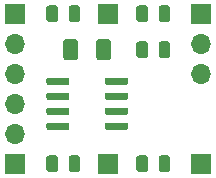
<source format=gts>
%TF.GenerationSoftware,KiCad,Pcbnew,5.1.5+dfsg1-2build2*%
%TF.CreationDate,2021-05-01T03:04:30+02:00*%
%TF.ProjectId,myocular0.5.1d,6d796f63-756c-4617-9230-2e352e31642e,rev?*%
%TF.SameCoordinates,Original*%
%TF.FileFunction,Soldermask,Top*%
%TF.FilePolarity,Negative*%
%FSLAX46Y46*%
G04 Gerber Fmt 4.6, Leading zero omitted, Abs format (unit mm)*
G04 Created by KiCad (PCBNEW 5.1.5+dfsg1-2build2) date 2021-05-01 03:04:30*
%MOMM*%
%LPD*%
G04 APERTURE LIST*
%ADD10R,1.700000X1.700000*%
%ADD11O,1.700000X1.700000*%
%ADD12C,0.100000*%
G04 APERTURE END LIST*
D10*
X20828000Y-33020000D03*
D11*
X20828000Y-30480000D03*
X20828000Y-27940000D03*
D10*
X20828000Y-20320000D03*
D11*
X20828000Y-22860000D03*
X20828000Y-25400000D03*
D10*
X28702000Y-33020000D03*
D12*
G36*
X25288703Y-25735722D02*
G01*
X25303264Y-25737882D01*
X25317543Y-25741459D01*
X25331403Y-25746418D01*
X25344710Y-25752712D01*
X25357336Y-25760280D01*
X25369159Y-25769048D01*
X25380066Y-25778934D01*
X25389952Y-25789841D01*
X25398720Y-25801664D01*
X25406288Y-25814290D01*
X25412582Y-25827597D01*
X25417541Y-25841457D01*
X25421118Y-25855736D01*
X25423278Y-25870297D01*
X25424000Y-25885000D01*
X25424000Y-26185000D01*
X25423278Y-26199703D01*
X25421118Y-26214264D01*
X25417541Y-26228543D01*
X25412582Y-26242403D01*
X25406288Y-26255710D01*
X25398720Y-26268336D01*
X25389952Y-26280159D01*
X25380066Y-26291066D01*
X25369159Y-26300952D01*
X25357336Y-26309720D01*
X25344710Y-26317288D01*
X25331403Y-26323582D01*
X25317543Y-26328541D01*
X25303264Y-26332118D01*
X25288703Y-26334278D01*
X25274000Y-26335000D01*
X23624000Y-26335000D01*
X23609297Y-26334278D01*
X23594736Y-26332118D01*
X23580457Y-26328541D01*
X23566597Y-26323582D01*
X23553290Y-26317288D01*
X23540664Y-26309720D01*
X23528841Y-26300952D01*
X23517934Y-26291066D01*
X23508048Y-26280159D01*
X23499280Y-26268336D01*
X23491712Y-26255710D01*
X23485418Y-26242403D01*
X23480459Y-26228543D01*
X23476882Y-26214264D01*
X23474722Y-26199703D01*
X23474000Y-26185000D01*
X23474000Y-25885000D01*
X23474722Y-25870297D01*
X23476882Y-25855736D01*
X23480459Y-25841457D01*
X23485418Y-25827597D01*
X23491712Y-25814290D01*
X23499280Y-25801664D01*
X23508048Y-25789841D01*
X23517934Y-25778934D01*
X23528841Y-25769048D01*
X23540664Y-25760280D01*
X23553290Y-25752712D01*
X23566597Y-25746418D01*
X23580457Y-25741459D01*
X23594736Y-25737882D01*
X23609297Y-25735722D01*
X23624000Y-25735000D01*
X25274000Y-25735000D01*
X25288703Y-25735722D01*
G37*
G36*
X25288703Y-27005722D02*
G01*
X25303264Y-27007882D01*
X25317543Y-27011459D01*
X25331403Y-27016418D01*
X25344710Y-27022712D01*
X25357336Y-27030280D01*
X25369159Y-27039048D01*
X25380066Y-27048934D01*
X25389952Y-27059841D01*
X25398720Y-27071664D01*
X25406288Y-27084290D01*
X25412582Y-27097597D01*
X25417541Y-27111457D01*
X25421118Y-27125736D01*
X25423278Y-27140297D01*
X25424000Y-27155000D01*
X25424000Y-27455000D01*
X25423278Y-27469703D01*
X25421118Y-27484264D01*
X25417541Y-27498543D01*
X25412582Y-27512403D01*
X25406288Y-27525710D01*
X25398720Y-27538336D01*
X25389952Y-27550159D01*
X25380066Y-27561066D01*
X25369159Y-27570952D01*
X25357336Y-27579720D01*
X25344710Y-27587288D01*
X25331403Y-27593582D01*
X25317543Y-27598541D01*
X25303264Y-27602118D01*
X25288703Y-27604278D01*
X25274000Y-27605000D01*
X23624000Y-27605000D01*
X23609297Y-27604278D01*
X23594736Y-27602118D01*
X23580457Y-27598541D01*
X23566597Y-27593582D01*
X23553290Y-27587288D01*
X23540664Y-27579720D01*
X23528841Y-27570952D01*
X23517934Y-27561066D01*
X23508048Y-27550159D01*
X23499280Y-27538336D01*
X23491712Y-27525710D01*
X23485418Y-27512403D01*
X23480459Y-27498543D01*
X23476882Y-27484264D01*
X23474722Y-27469703D01*
X23474000Y-27455000D01*
X23474000Y-27155000D01*
X23474722Y-27140297D01*
X23476882Y-27125736D01*
X23480459Y-27111457D01*
X23485418Y-27097597D01*
X23491712Y-27084290D01*
X23499280Y-27071664D01*
X23508048Y-27059841D01*
X23517934Y-27048934D01*
X23528841Y-27039048D01*
X23540664Y-27030280D01*
X23553290Y-27022712D01*
X23566597Y-27016418D01*
X23580457Y-27011459D01*
X23594736Y-27007882D01*
X23609297Y-27005722D01*
X23624000Y-27005000D01*
X25274000Y-27005000D01*
X25288703Y-27005722D01*
G37*
G36*
X25288703Y-28275722D02*
G01*
X25303264Y-28277882D01*
X25317543Y-28281459D01*
X25331403Y-28286418D01*
X25344710Y-28292712D01*
X25357336Y-28300280D01*
X25369159Y-28309048D01*
X25380066Y-28318934D01*
X25389952Y-28329841D01*
X25398720Y-28341664D01*
X25406288Y-28354290D01*
X25412582Y-28367597D01*
X25417541Y-28381457D01*
X25421118Y-28395736D01*
X25423278Y-28410297D01*
X25424000Y-28425000D01*
X25424000Y-28725000D01*
X25423278Y-28739703D01*
X25421118Y-28754264D01*
X25417541Y-28768543D01*
X25412582Y-28782403D01*
X25406288Y-28795710D01*
X25398720Y-28808336D01*
X25389952Y-28820159D01*
X25380066Y-28831066D01*
X25369159Y-28840952D01*
X25357336Y-28849720D01*
X25344710Y-28857288D01*
X25331403Y-28863582D01*
X25317543Y-28868541D01*
X25303264Y-28872118D01*
X25288703Y-28874278D01*
X25274000Y-28875000D01*
X23624000Y-28875000D01*
X23609297Y-28874278D01*
X23594736Y-28872118D01*
X23580457Y-28868541D01*
X23566597Y-28863582D01*
X23553290Y-28857288D01*
X23540664Y-28849720D01*
X23528841Y-28840952D01*
X23517934Y-28831066D01*
X23508048Y-28820159D01*
X23499280Y-28808336D01*
X23491712Y-28795710D01*
X23485418Y-28782403D01*
X23480459Y-28768543D01*
X23476882Y-28754264D01*
X23474722Y-28739703D01*
X23474000Y-28725000D01*
X23474000Y-28425000D01*
X23474722Y-28410297D01*
X23476882Y-28395736D01*
X23480459Y-28381457D01*
X23485418Y-28367597D01*
X23491712Y-28354290D01*
X23499280Y-28341664D01*
X23508048Y-28329841D01*
X23517934Y-28318934D01*
X23528841Y-28309048D01*
X23540664Y-28300280D01*
X23553290Y-28292712D01*
X23566597Y-28286418D01*
X23580457Y-28281459D01*
X23594736Y-28277882D01*
X23609297Y-28275722D01*
X23624000Y-28275000D01*
X25274000Y-28275000D01*
X25288703Y-28275722D01*
G37*
G36*
X25288703Y-29545722D02*
G01*
X25303264Y-29547882D01*
X25317543Y-29551459D01*
X25331403Y-29556418D01*
X25344710Y-29562712D01*
X25357336Y-29570280D01*
X25369159Y-29579048D01*
X25380066Y-29588934D01*
X25389952Y-29599841D01*
X25398720Y-29611664D01*
X25406288Y-29624290D01*
X25412582Y-29637597D01*
X25417541Y-29651457D01*
X25421118Y-29665736D01*
X25423278Y-29680297D01*
X25424000Y-29695000D01*
X25424000Y-29995000D01*
X25423278Y-30009703D01*
X25421118Y-30024264D01*
X25417541Y-30038543D01*
X25412582Y-30052403D01*
X25406288Y-30065710D01*
X25398720Y-30078336D01*
X25389952Y-30090159D01*
X25380066Y-30101066D01*
X25369159Y-30110952D01*
X25357336Y-30119720D01*
X25344710Y-30127288D01*
X25331403Y-30133582D01*
X25317543Y-30138541D01*
X25303264Y-30142118D01*
X25288703Y-30144278D01*
X25274000Y-30145000D01*
X23624000Y-30145000D01*
X23609297Y-30144278D01*
X23594736Y-30142118D01*
X23580457Y-30138541D01*
X23566597Y-30133582D01*
X23553290Y-30127288D01*
X23540664Y-30119720D01*
X23528841Y-30110952D01*
X23517934Y-30101066D01*
X23508048Y-30090159D01*
X23499280Y-30078336D01*
X23491712Y-30065710D01*
X23485418Y-30052403D01*
X23480459Y-30038543D01*
X23476882Y-30024264D01*
X23474722Y-30009703D01*
X23474000Y-29995000D01*
X23474000Y-29695000D01*
X23474722Y-29680297D01*
X23476882Y-29665736D01*
X23480459Y-29651457D01*
X23485418Y-29637597D01*
X23491712Y-29624290D01*
X23499280Y-29611664D01*
X23508048Y-29599841D01*
X23517934Y-29588934D01*
X23528841Y-29579048D01*
X23540664Y-29570280D01*
X23553290Y-29562712D01*
X23566597Y-29556418D01*
X23580457Y-29551459D01*
X23594736Y-29547882D01*
X23609297Y-29545722D01*
X23624000Y-29545000D01*
X25274000Y-29545000D01*
X25288703Y-29545722D01*
G37*
G36*
X30238703Y-29545722D02*
G01*
X30253264Y-29547882D01*
X30267543Y-29551459D01*
X30281403Y-29556418D01*
X30294710Y-29562712D01*
X30307336Y-29570280D01*
X30319159Y-29579048D01*
X30330066Y-29588934D01*
X30339952Y-29599841D01*
X30348720Y-29611664D01*
X30356288Y-29624290D01*
X30362582Y-29637597D01*
X30367541Y-29651457D01*
X30371118Y-29665736D01*
X30373278Y-29680297D01*
X30374000Y-29695000D01*
X30374000Y-29995000D01*
X30373278Y-30009703D01*
X30371118Y-30024264D01*
X30367541Y-30038543D01*
X30362582Y-30052403D01*
X30356288Y-30065710D01*
X30348720Y-30078336D01*
X30339952Y-30090159D01*
X30330066Y-30101066D01*
X30319159Y-30110952D01*
X30307336Y-30119720D01*
X30294710Y-30127288D01*
X30281403Y-30133582D01*
X30267543Y-30138541D01*
X30253264Y-30142118D01*
X30238703Y-30144278D01*
X30224000Y-30145000D01*
X28574000Y-30145000D01*
X28559297Y-30144278D01*
X28544736Y-30142118D01*
X28530457Y-30138541D01*
X28516597Y-30133582D01*
X28503290Y-30127288D01*
X28490664Y-30119720D01*
X28478841Y-30110952D01*
X28467934Y-30101066D01*
X28458048Y-30090159D01*
X28449280Y-30078336D01*
X28441712Y-30065710D01*
X28435418Y-30052403D01*
X28430459Y-30038543D01*
X28426882Y-30024264D01*
X28424722Y-30009703D01*
X28424000Y-29995000D01*
X28424000Y-29695000D01*
X28424722Y-29680297D01*
X28426882Y-29665736D01*
X28430459Y-29651457D01*
X28435418Y-29637597D01*
X28441712Y-29624290D01*
X28449280Y-29611664D01*
X28458048Y-29599841D01*
X28467934Y-29588934D01*
X28478841Y-29579048D01*
X28490664Y-29570280D01*
X28503290Y-29562712D01*
X28516597Y-29556418D01*
X28530457Y-29551459D01*
X28544736Y-29547882D01*
X28559297Y-29545722D01*
X28574000Y-29545000D01*
X30224000Y-29545000D01*
X30238703Y-29545722D01*
G37*
G36*
X30238703Y-28275722D02*
G01*
X30253264Y-28277882D01*
X30267543Y-28281459D01*
X30281403Y-28286418D01*
X30294710Y-28292712D01*
X30307336Y-28300280D01*
X30319159Y-28309048D01*
X30330066Y-28318934D01*
X30339952Y-28329841D01*
X30348720Y-28341664D01*
X30356288Y-28354290D01*
X30362582Y-28367597D01*
X30367541Y-28381457D01*
X30371118Y-28395736D01*
X30373278Y-28410297D01*
X30374000Y-28425000D01*
X30374000Y-28725000D01*
X30373278Y-28739703D01*
X30371118Y-28754264D01*
X30367541Y-28768543D01*
X30362582Y-28782403D01*
X30356288Y-28795710D01*
X30348720Y-28808336D01*
X30339952Y-28820159D01*
X30330066Y-28831066D01*
X30319159Y-28840952D01*
X30307336Y-28849720D01*
X30294710Y-28857288D01*
X30281403Y-28863582D01*
X30267543Y-28868541D01*
X30253264Y-28872118D01*
X30238703Y-28874278D01*
X30224000Y-28875000D01*
X28574000Y-28875000D01*
X28559297Y-28874278D01*
X28544736Y-28872118D01*
X28530457Y-28868541D01*
X28516597Y-28863582D01*
X28503290Y-28857288D01*
X28490664Y-28849720D01*
X28478841Y-28840952D01*
X28467934Y-28831066D01*
X28458048Y-28820159D01*
X28449280Y-28808336D01*
X28441712Y-28795710D01*
X28435418Y-28782403D01*
X28430459Y-28768543D01*
X28426882Y-28754264D01*
X28424722Y-28739703D01*
X28424000Y-28725000D01*
X28424000Y-28425000D01*
X28424722Y-28410297D01*
X28426882Y-28395736D01*
X28430459Y-28381457D01*
X28435418Y-28367597D01*
X28441712Y-28354290D01*
X28449280Y-28341664D01*
X28458048Y-28329841D01*
X28467934Y-28318934D01*
X28478841Y-28309048D01*
X28490664Y-28300280D01*
X28503290Y-28292712D01*
X28516597Y-28286418D01*
X28530457Y-28281459D01*
X28544736Y-28277882D01*
X28559297Y-28275722D01*
X28574000Y-28275000D01*
X30224000Y-28275000D01*
X30238703Y-28275722D01*
G37*
G36*
X30238703Y-27005722D02*
G01*
X30253264Y-27007882D01*
X30267543Y-27011459D01*
X30281403Y-27016418D01*
X30294710Y-27022712D01*
X30307336Y-27030280D01*
X30319159Y-27039048D01*
X30330066Y-27048934D01*
X30339952Y-27059841D01*
X30348720Y-27071664D01*
X30356288Y-27084290D01*
X30362582Y-27097597D01*
X30367541Y-27111457D01*
X30371118Y-27125736D01*
X30373278Y-27140297D01*
X30374000Y-27155000D01*
X30374000Y-27455000D01*
X30373278Y-27469703D01*
X30371118Y-27484264D01*
X30367541Y-27498543D01*
X30362582Y-27512403D01*
X30356288Y-27525710D01*
X30348720Y-27538336D01*
X30339952Y-27550159D01*
X30330066Y-27561066D01*
X30319159Y-27570952D01*
X30307336Y-27579720D01*
X30294710Y-27587288D01*
X30281403Y-27593582D01*
X30267543Y-27598541D01*
X30253264Y-27602118D01*
X30238703Y-27604278D01*
X30224000Y-27605000D01*
X28574000Y-27605000D01*
X28559297Y-27604278D01*
X28544736Y-27602118D01*
X28530457Y-27598541D01*
X28516597Y-27593582D01*
X28503290Y-27587288D01*
X28490664Y-27579720D01*
X28478841Y-27570952D01*
X28467934Y-27561066D01*
X28458048Y-27550159D01*
X28449280Y-27538336D01*
X28441712Y-27525710D01*
X28435418Y-27512403D01*
X28430459Y-27498543D01*
X28426882Y-27484264D01*
X28424722Y-27469703D01*
X28424000Y-27455000D01*
X28424000Y-27155000D01*
X28424722Y-27140297D01*
X28426882Y-27125736D01*
X28430459Y-27111457D01*
X28435418Y-27097597D01*
X28441712Y-27084290D01*
X28449280Y-27071664D01*
X28458048Y-27059841D01*
X28467934Y-27048934D01*
X28478841Y-27039048D01*
X28490664Y-27030280D01*
X28503290Y-27022712D01*
X28516597Y-27016418D01*
X28530457Y-27011459D01*
X28544736Y-27007882D01*
X28559297Y-27005722D01*
X28574000Y-27005000D01*
X30224000Y-27005000D01*
X30238703Y-27005722D01*
G37*
G36*
X30238703Y-25735722D02*
G01*
X30253264Y-25737882D01*
X30267543Y-25741459D01*
X30281403Y-25746418D01*
X30294710Y-25752712D01*
X30307336Y-25760280D01*
X30319159Y-25769048D01*
X30330066Y-25778934D01*
X30339952Y-25789841D01*
X30348720Y-25801664D01*
X30356288Y-25814290D01*
X30362582Y-25827597D01*
X30367541Y-25841457D01*
X30371118Y-25855736D01*
X30373278Y-25870297D01*
X30374000Y-25885000D01*
X30374000Y-26185000D01*
X30373278Y-26199703D01*
X30371118Y-26214264D01*
X30367541Y-26228543D01*
X30362582Y-26242403D01*
X30356288Y-26255710D01*
X30348720Y-26268336D01*
X30339952Y-26280159D01*
X30330066Y-26291066D01*
X30319159Y-26300952D01*
X30307336Y-26309720D01*
X30294710Y-26317288D01*
X30281403Y-26323582D01*
X30267543Y-26328541D01*
X30253264Y-26332118D01*
X30238703Y-26334278D01*
X30224000Y-26335000D01*
X28574000Y-26335000D01*
X28559297Y-26334278D01*
X28544736Y-26332118D01*
X28530457Y-26328541D01*
X28516597Y-26323582D01*
X28503290Y-26317288D01*
X28490664Y-26309720D01*
X28478841Y-26300952D01*
X28467934Y-26291066D01*
X28458048Y-26280159D01*
X28449280Y-26268336D01*
X28441712Y-26255710D01*
X28435418Y-26242403D01*
X28430459Y-26228543D01*
X28426882Y-26214264D01*
X28424722Y-26199703D01*
X28424000Y-26185000D01*
X28424000Y-25885000D01*
X28424722Y-25870297D01*
X28426882Y-25855736D01*
X28430459Y-25841457D01*
X28435418Y-25827597D01*
X28441712Y-25814290D01*
X28449280Y-25801664D01*
X28458048Y-25789841D01*
X28467934Y-25778934D01*
X28478841Y-25769048D01*
X28490664Y-25760280D01*
X28503290Y-25752712D01*
X28516597Y-25746418D01*
X28530457Y-25741459D01*
X28544736Y-25737882D01*
X28559297Y-25735722D01*
X28574000Y-25735000D01*
X30224000Y-25735000D01*
X30238703Y-25735722D01*
G37*
D10*
X28702000Y-20320000D03*
D11*
X36576000Y-25400000D03*
X36576000Y-22860000D03*
D10*
X36576000Y-20320000D03*
X36576000Y-33020000D03*
D12*
G36*
X31842142Y-32321174D02*
G01*
X31865803Y-32324684D01*
X31889007Y-32330496D01*
X31911529Y-32338554D01*
X31933153Y-32348782D01*
X31953670Y-32361079D01*
X31972883Y-32375329D01*
X31990607Y-32391393D01*
X32006671Y-32409117D01*
X32020921Y-32428330D01*
X32033218Y-32448847D01*
X32043446Y-32470471D01*
X32051504Y-32492993D01*
X32057316Y-32516197D01*
X32060826Y-32539858D01*
X32062000Y-32563750D01*
X32062000Y-33476250D01*
X32060826Y-33500142D01*
X32057316Y-33523803D01*
X32051504Y-33547007D01*
X32043446Y-33569529D01*
X32033218Y-33591153D01*
X32020921Y-33611670D01*
X32006671Y-33630883D01*
X31990607Y-33648607D01*
X31972883Y-33664671D01*
X31953670Y-33678921D01*
X31933153Y-33691218D01*
X31911529Y-33701446D01*
X31889007Y-33709504D01*
X31865803Y-33715316D01*
X31842142Y-33718826D01*
X31818250Y-33720000D01*
X31330750Y-33720000D01*
X31306858Y-33718826D01*
X31283197Y-33715316D01*
X31259993Y-33709504D01*
X31237471Y-33701446D01*
X31215847Y-33691218D01*
X31195330Y-33678921D01*
X31176117Y-33664671D01*
X31158393Y-33648607D01*
X31142329Y-33630883D01*
X31128079Y-33611670D01*
X31115782Y-33591153D01*
X31105554Y-33569529D01*
X31097496Y-33547007D01*
X31091684Y-33523803D01*
X31088174Y-33500142D01*
X31087000Y-33476250D01*
X31087000Y-32563750D01*
X31088174Y-32539858D01*
X31091684Y-32516197D01*
X31097496Y-32492993D01*
X31105554Y-32470471D01*
X31115782Y-32448847D01*
X31128079Y-32428330D01*
X31142329Y-32409117D01*
X31158393Y-32391393D01*
X31176117Y-32375329D01*
X31195330Y-32361079D01*
X31215847Y-32348782D01*
X31237471Y-32338554D01*
X31259993Y-32330496D01*
X31283197Y-32324684D01*
X31306858Y-32321174D01*
X31330750Y-32320000D01*
X31818250Y-32320000D01*
X31842142Y-32321174D01*
G37*
G36*
X33717142Y-32321174D02*
G01*
X33740803Y-32324684D01*
X33764007Y-32330496D01*
X33786529Y-32338554D01*
X33808153Y-32348782D01*
X33828670Y-32361079D01*
X33847883Y-32375329D01*
X33865607Y-32391393D01*
X33881671Y-32409117D01*
X33895921Y-32428330D01*
X33908218Y-32448847D01*
X33918446Y-32470471D01*
X33926504Y-32492993D01*
X33932316Y-32516197D01*
X33935826Y-32539858D01*
X33937000Y-32563750D01*
X33937000Y-33476250D01*
X33935826Y-33500142D01*
X33932316Y-33523803D01*
X33926504Y-33547007D01*
X33918446Y-33569529D01*
X33908218Y-33591153D01*
X33895921Y-33611670D01*
X33881671Y-33630883D01*
X33865607Y-33648607D01*
X33847883Y-33664671D01*
X33828670Y-33678921D01*
X33808153Y-33691218D01*
X33786529Y-33701446D01*
X33764007Y-33709504D01*
X33740803Y-33715316D01*
X33717142Y-33718826D01*
X33693250Y-33720000D01*
X33205750Y-33720000D01*
X33181858Y-33718826D01*
X33158197Y-33715316D01*
X33134993Y-33709504D01*
X33112471Y-33701446D01*
X33090847Y-33691218D01*
X33070330Y-33678921D01*
X33051117Y-33664671D01*
X33033393Y-33648607D01*
X33017329Y-33630883D01*
X33003079Y-33611670D01*
X32990782Y-33591153D01*
X32980554Y-33569529D01*
X32972496Y-33547007D01*
X32966684Y-33523803D01*
X32963174Y-33500142D01*
X32962000Y-33476250D01*
X32962000Y-32563750D01*
X32963174Y-32539858D01*
X32966684Y-32516197D01*
X32972496Y-32492993D01*
X32980554Y-32470471D01*
X32990782Y-32448847D01*
X33003079Y-32428330D01*
X33017329Y-32409117D01*
X33033393Y-32391393D01*
X33051117Y-32375329D01*
X33070330Y-32361079D01*
X33090847Y-32348782D01*
X33112471Y-32338554D01*
X33134993Y-32330496D01*
X33158197Y-32324684D01*
X33181858Y-32321174D01*
X33205750Y-32320000D01*
X33693250Y-32320000D01*
X33717142Y-32321174D01*
G37*
G36*
X31842142Y-19621174D02*
G01*
X31865803Y-19624684D01*
X31889007Y-19630496D01*
X31911529Y-19638554D01*
X31933153Y-19648782D01*
X31953670Y-19661079D01*
X31972883Y-19675329D01*
X31990607Y-19691393D01*
X32006671Y-19709117D01*
X32020921Y-19728330D01*
X32033218Y-19748847D01*
X32043446Y-19770471D01*
X32051504Y-19792993D01*
X32057316Y-19816197D01*
X32060826Y-19839858D01*
X32062000Y-19863750D01*
X32062000Y-20776250D01*
X32060826Y-20800142D01*
X32057316Y-20823803D01*
X32051504Y-20847007D01*
X32043446Y-20869529D01*
X32033218Y-20891153D01*
X32020921Y-20911670D01*
X32006671Y-20930883D01*
X31990607Y-20948607D01*
X31972883Y-20964671D01*
X31953670Y-20978921D01*
X31933153Y-20991218D01*
X31911529Y-21001446D01*
X31889007Y-21009504D01*
X31865803Y-21015316D01*
X31842142Y-21018826D01*
X31818250Y-21020000D01*
X31330750Y-21020000D01*
X31306858Y-21018826D01*
X31283197Y-21015316D01*
X31259993Y-21009504D01*
X31237471Y-21001446D01*
X31215847Y-20991218D01*
X31195330Y-20978921D01*
X31176117Y-20964671D01*
X31158393Y-20948607D01*
X31142329Y-20930883D01*
X31128079Y-20911670D01*
X31115782Y-20891153D01*
X31105554Y-20869529D01*
X31097496Y-20847007D01*
X31091684Y-20823803D01*
X31088174Y-20800142D01*
X31087000Y-20776250D01*
X31087000Y-19863750D01*
X31088174Y-19839858D01*
X31091684Y-19816197D01*
X31097496Y-19792993D01*
X31105554Y-19770471D01*
X31115782Y-19748847D01*
X31128079Y-19728330D01*
X31142329Y-19709117D01*
X31158393Y-19691393D01*
X31176117Y-19675329D01*
X31195330Y-19661079D01*
X31215847Y-19648782D01*
X31237471Y-19638554D01*
X31259993Y-19630496D01*
X31283197Y-19624684D01*
X31306858Y-19621174D01*
X31330750Y-19620000D01*
X31818250Y-19620000D01*
X31842142Y-19621174D01*
G37*
G36*
X33717142Y-19621174D02*
G01*
X33740803Y-19624684D01*
X33764007Y-19630496D01*
X33786529Y-19638554D01*
X33808153Y-19648782D01*
X33828670Y-19661079D01*
X33847883Y-19675329D01*
X33865607Y-19691393D01*
X33881671Y-19709117D01*
X33895921Y-19728330D01*
X33908218Y-19748847D01*
X33918446Y-19770471D01*
X33926504Y-19792993D01*
X33932316Y-19816197D01*
X33935826Y-19839858D01*
X33937000Y-19863750D01*
X33937000Y-20776250D01*
X33935826Y-20800142D01*
X33932316Y-20823803D01*
X33926504Y-20847007D01*
X33918446Y-20869529D01*
X33908218Y-20891153D01*
X33895921Y-20911670D01*
X33881671Y-20930883D01*
X33865607Y-20948607D01*
X33847883Y-20964671D01*
X33828670Y-20978921D01*
X33808153Y-20991218D01*
X33786529Y-21001446D01*
X33764007Y-21009504D01*
X33740803Y-21015316D01*
X33717142Y-21018826D01*
X33693250Y-21020000D01*
X33205750Y-21020000D01*
X33181858Y-21018826D01*
X33158197Y-21015316D01*
X33134993Y-21009504D01*
X33112471Y-21001446D01*
X33090847Y-20991218D01*
X33070330Y-20978921D01*
X33051117Y-20964671D01*
X33033393Y-20948607D01*
X33017329Y-20930883D01*
X33003079Y-20911670D01*
X32990782Y-20891153D01*
X32980554Y-20869529D01*
X32972496Y-20847007D01*
X32966684Y-20823803D01*
X32963174Y-20800142D01*
X32962000Y-20776250D01*
X32962000Y-19863750D01*
X32963174Y-19839858D01*
X32966684Y-19816197D01*
X32972496Y-19792993D01*
X32980554Y-19770471D01*
X32990782Y-19748847D01*
X33003079Y-19728330D01*
X33017329Y-19709117D01*
X33033393Y-19691393D01*
X33051117Y-19675329D01*
X33070330Y-19661079D01*
X33090847Y-19648782D01*
X33112471Y-19638554D01*
X33134993Y-19630496D01*
X33158197Y-19624684D01*
X33181858Y-19621174D01*
X33205750Y-19620000D01*
X33693250Y-19620000D01*
X33717142Y-19621174D01*
G37*
G36*
X25923504Y-22494204D02*
G01*
X25947773Y-22497804D01*
X25971571Y-22503765D01*
X25994671Y-22512030D01*
X26016849Y-22522520D01*
X26037893Y-22535133D01*
X26057598Y-22549747D01*
X26075777Y-22566223D01*
X26092253Y-22584402D01*
X26106867Y-22604107D01*
X26119480Y-22625151D01*
X26129970Y-22647329D01*
X26138235Y-22670429D01*
X26144196Y-22694227D01*
X26147796Y-22718496D01*
X26149000Y-22743000D01*
X26149000Y-23993000D01*
X26147796Y-24017504D01*
X26144196Y-24041773D01*
X26138235Y-24065571D01*
X26129970Y-24088671D01*
X26119480Y-24110849D01*
X26106867Y-24131893D01*
X26092253Y-24151598D01*
X26075777Y-24169777D01*
X26057598Y-24186253D01*
X26037893Y-24200867D01*
X26016849Y-24213480D01*
X25994671Y-24223970D01*
X25971571Y-24232235D01*
X25947773Y-24238196D01*
X25923504Y-24241796D01*
X25899000Y-24243000D01*
X25149000Y-24243000D01*
X25124496Y-24241796D01*
X25100227Y-24238196D01*
X25076429Y-24232235D01*
X25053329Y-24223970D01*
X25031151Y-24213480D01*
X25010107Y-24200867D01*
X24990402Y-24186253D01*
X24972223Y-24169777D01*
X24955747Y-24151598D01*
X24941133Y-24131893D01*
X24928520Y-24110849D01*
X24918030Y-24088671D01*
X24909765Y-24065571D01*
X24903804Y-24041773D01*
X24900204Y-24017504D01*
X24899000Y-23993000D01*
X24899000Y-22743000D01*
X24900204Y-22718496D01*
X24903804Y-22694227D01*
X24909765Y-22670429D01*
X24918030Y-22647329D01*
X24928520Y-22625151D01*
X24941133Y-22604107D01*
X24955747Y-22584402D01*
X24972223Y-22566223D01*
X24990402Y-22549747D01*
X25010107Y-22535133D01*
X25031151Y-22522520D01*
X25053329Y-22512030D01*
X25076429Y-22503765D01*
X25100227Y-22497804D01*
X25124496Y-22494204D01*
X25149000Y-22493000D01*
X25899000Y-22493000D01*
X25923504Y-22494204D01*
G37*
G36*
X28723504Y-22494204D02*
G01*
X28747773Y-22497804D01*
X28771571Y-22503765D01*
X28794671Y-22512030D01*
X28816849Y-22522520D01*
X28837893Y-22535133D01*
X28857598Y-22549747D01*
X28875777Y-22566223D01*
X28892253Y-22584402D01*
X28906867Y-22604107D01*
X28919480Y-22625151D01*
X28929970Y-22647329D01*
X28938235Y-22670429D01*
X28944196Y-22694227D01*
X28947796Y-22718496D01*
X28949000Y-22743000D01*
X28949000Y-23993000D01*
X28947796Y-24017504D01*
X28944196Y-24041773D01*
X28938235Y-24065571D01*
X28929970Y-24088671D01*
X28919480Y-24110849D01*
X28906867Y-24131893D01*
X28892253Y-24151598D01*
X28875777Y-24169777D01*
X28857598Y-24186253D01*
X28837893Y-24200867D01*
X28816849Y-24213480D01*
X28794671Y-24223970D01*
X28771571Y-24232235D01*
X28747773Y-24238196D01*
X28723504Y-24241796D01*
X28699000Y-24243000D01*
X27949000Y-24243000D01*
X27924496Y-24241796D01*
X27900227Y-24238196D01*
X27876429Y-24232235D01*
X27853329Y-24223970D01*
X27831151Y-24213480D01*
X27810107Y-24200867D01*
X27790402Y-24186253D01*
X27772223Y-24169777D01*
X27755747Y-24151598D01*
X27741133Y-24131893D01*
X27728520Y-24110849D01*
X27718030Y-24088671D01*
X27709765Y-24065571D01*
X27703804Y-24041773D01*
X27700204Y-24017504D01*
X27699000Y-23993000D01*
X27699000Y-22743000D01*
X27700204Y-22718496D01*
X27703804Y-22694227D01*
X27709765Y-22670429D01*
X27718030Y-22647329D01*
X27728520Y-22625151D01*
X27741133Y-22604107D01*
X27755747Y-22584402D01*
X27772223Y-22566223D01*
X27790402Y-22549747D01*
X27810107Y-22535133D01*
X27831151Y-22522520D01*
X27853329Y-22512030D01*
X27876429Y-22503765D01*
X27900227Y-22497804D01*
X27924496Y-22494204D01*
X27949000Y-22493000D01*
X28699000Y-22493000D01*
X28723504Y-22494204D01*
G37*
G36*
X24222142Y-32321174D02*
G01*
X24245803Y-32324684D01*
X24269007Y-32330496D01*
X24291529Y-32338554D01*
X24313153Y-32348782D01*
X24333670Y-32361079D01*
X24352883Y-32375329D01*
X24370607Y-32391393D01*
X24386671Y-32409117D01*
X24400921Y-32428330D01*
X24413218Y-32448847D01*
X24423446Y-32470471D01*
X24431504Y-32492993D01*
X24437316Y-32516197D01*
X24440826Y-32539858D01*
X24442000Y-32563750D01*
X24442000Y-33476250D01*
X24440826Y-33500142D01*
X24437316Y-33523803D01*
X24431504Y-33547007D01*
X24423446Y-33569529D01*
X24413218Y-33591153D01*
X24400921Y-33611670D01*
X24386671Y-33630883D01*
X24370607Y-33648607D01*
X24352883Y-33664671D01*
X24333670Y-33678921D01*
X24313153Y-33691218D01*
X24291529Y-33701446D01*
X24269007Y-33709504D01*
X24245803Y-33715316D01*
X24222142Y-33718826D01*
X24198250Y-33720000D01*
X23710750Y-33720000D01*
X23686858Y-33718826D01*
X23663197Y-33715316D01*
X23639993Y-33709504D01*
X23617471Y-33701446D01*
X23595847Y-33691218D01*
X23575330Y-33678921D01*
X23556117Y-33664671D01*
X23538393Y-33648607D01*
X23522329Y-33630883D01*
X23508079Y-33611670D01*
X23495782Y-33591153D01*
X23485554Y-33569529D01*
X23477496Y-33547007D01*
X23471684Y-33523803D01*
X23468174Y-33500142D01*
X23467000Y-33476250D01*
X23467000Y-32563750D01*
X23468174Y-32539858D01*
X23471684Y-32516197D01*
X23477496Y-32492993D01*
X23485554Y-32470471D01*
X23495782Y-32448847D01*
X23508079Y-32428330D01*
X23522329Y-32409117D01*
X23538393Y-32391393D01*
X23556117Y-32375329D01*
X23575330Y-32361079D01*
X23595847Y-32348782D01*
X23617471Y-32338554D01*
X23639993Y-32330496D01*
X23663197Y-32324684D01*
X23686858Y-32321174D01*
X23710750Y-32320000D01*
X24198250Y-32320000D01*
X24222142Y-32321174D01*
G37*
G36*
X26097142Y-32321174D02*
G01*
X26120803Y-32324684D01*
X26144007Y-32330496D01*
X26166529Y-32338554D01*
X26188153Y-32348782D01*
X26208670Y-32361079D01*
X26227883Y-32375329D01*
X26245607Y-32391393D01*
X26261671Y-32409117D01*
X26275921Y-32428330D01*
X26288218Y-32448847D01*
X26298446Y-32470471D01*
X26306504Y-32492993D01*
X26312316Y-32516197D01*
X26315826Y-32539858D01*
X26317000Y-32563750D01*
X26317000Y-33476250D01*
X26315826Y-33500142D01*
X26312316Y-33523803D01*
X26306504Y-33547007D01*
X26298446Y-33569529D01*
X26288218Y-33591153D01*
X26275921Y-33611670D01*
X26261671Y-33630883D01*
X26245607Y-33648607D01*
X26227883Y-33664671D01*
X26208670Y-33678921D01*
X26188153Y-33691218D01*
X26166529Y-33701446D01*
X26144007Y-33709504D01*
X26120803Y-33715316D01*
X26097142Y-33718826D01*
X26073250Y-33720000D01*
X25585750Y-33720000D01*
X25561858Y-33718826D01*
X25538197Y-33715316D01*
X25514993Y-33709504D01*
X25492471Y-33701446D01*
X25470847Y-33691218D01*
X25450330Y-33678921D01*
X25431117Y-33664671D01*
X25413393Y-33648607D01*
X25397329Y-33630883D01*
X25383079Y-33611670D01*
X25370782Y-33591153D01*
X25360554Y-33569529D01*
X25352496Y-33547007D01*
X25346684Y-33523803D01*
X25343174Y-33500142D01*
X25342000Y-33476250D01*
X25342000Y-32563750D01*
X25343174Y-32539858D01*
X25346684Y-32516197D01*
X25352496Y-32492993D01*
X25360554Y-32470471D01*
X25370782Y-32448847D01*
X25383079Y-32428330D01*
X25397329Y-32409117D01*
X25413393Y-32391393D01*
X25431117Y-32375329D01*
X25450330Y-32361079D01*
X25470847Y-32348782D01*
X25492471Y-32338554D01*
X25514993Y-32330496D01*
X25538197Y-32324684D01*
X25561858Y-32321174D01*
X25585750Y-32320000D01*
X26073250Y-32320000D01*
X26097142Y-32321174D01*
G37*
G36*
X31842142Y-22669174D02*
G01*
X31865803Y-22672684D01*
X31889007Y-22678496D01*
X31911529Y-22686554D01*
X31933153Y-22696782D01*
X31953670Y-22709079D01*
X31972883Y-22723329D01*
X31990607Y-22739393D01*
X32006671Y-22757117D01*
X32020921Y-22776330D01*
X32033218Y-22796847D01*
X32043446Y-22818471D01*
X32051504Y-22840993D01*
X32057316Y-22864197D01*
X32060826Y-22887858D01*
X32062000Y-22911750D01*
X32062000Y-23824250D01*
X32060826Y-23848142D01*
X32057316Y-23871803D01*
X32051504Y-23895007D01*
X32043446Y-23917529D01*
X32033218Y-23939153D01*
X32020921Y-23959670D01*
X32006671Y-23978883D01*
X31990607Y-23996607D01*
X31972883Y-24012671D01*
X31953670Y-24026921D01*
X31933153Y-24039218D01*
X31911529Y-24049446D01*
X31889007Y-24057504D01*
X31865803Y-24063316D01*
X31842142Y-24066826D01*
X31818250Y-24068000D01*
X31330750Y-24068000D01*
X31306858Y-24066826D01*
X31283197Y-24063316D01*
X31259993Y-24057504D01*
X31237471Y-24049446D01*
X31215847Y-24039218D01*
X31195330Y-24026921D01*
X31176117Y-24012671D01*
X31158393Y-23996607D01*
X31142329Y-23978883D01*
X31128079Y-23959670D01*
X31115782Y-23939153D01*
X31105554Y-23917529D01*
X31097496Y-23895007D01*
X31091684Y-23871803D01*
X31088174Y-23848142D01*
X31087000Y-23824250D01*
X31087000Y-22911750D01*
X31088174Y-22887858D01*
X31091684Y-22864197D01*
X31097496Y-22840993D01*
X31105554Y-22818471D01*
X31115782Y-22796847D01*
X31128079Y-22776330D01*
X31142329Y-22757117D01*
X31158393Y-22739393D01*
X31176117Y-22723329D01*
X31195330Y-22709079D01*
X31215847Y-22696782D01*
X31237471Y-22686554D01*
X31259993Y-22678496D01*
X31283197Y-22672684D01*
X31306858Y-22669174D01*
X31330750Y-22668000D01*
X31818250Y-22668000D01*
X31842142Y-22669174D01*
G37*
G36*
X33717142Y-22669174D02*
G01*
X33740803Y-22672684D01*
X33764007Y-22678496D01*
X33786529Y-22686554D01*
X33808153Y-22696782D01*
X33828670Y-22709079D01*
X33847883Y-22723329D01*
X33865607Y-22739393D01*
X33881671Y-22757117D01*
X33895921Y-22776330D01*
X33908218Y-22796847D01*
X33918446Y-22818471D01*
X33926504Y-22840993D01*
X33932316Y-22864197D01*
X33935826Y-22887858D01*
X33937000Y-22911750D01*
X33937000Y-23824250D01*
X33935826Y-23848142D01*
X33932316Y-23871803D01*
X33926504Y-23895007D01*
X33918446Y-23917529D01*
X33908218Y-23939153D01*
X33895921Y-23959670D01*
X33881671Y-23978883D01*
X33865607Y-23996607D01*
X33847883Y-24012671D01*
X33828670Y-24026921D01*
X33808153Y-24039218D01*
X33786529Y-24049446D01*
X33764007Y-24057504D01*
X33740803Y-24063316D01*
X33717142Y-24066826D01*
X33693250Y-24068000D01*
X33205750Y-24068000D01*
X33181858Y-24066826D01*
X33158197Y-24063316D01*
X33134993Y-24057504D01*
X33112471Y-24049446D01*
X33090847Y-24039218D01*
X33070330Y-24026921D01*
X33051117Y-24012671D01*
X33033393Y-23996607D01*
X33017329Y-23978883D01*
X33003079Y-23959670D01*
X32990782Y-23939153D01*
X32980554Y-23917529D01*
X32972496Y-23895007D01*
X32966684Y-23871803D01*
X32963174Y-23848142D01*
X32962000Y-23824250D01*
X32962000Y-22911750D01*
X32963174Y-22887858D01*
X32966684Y-22864197D01*
X32972496Y-22840993D01*
X32980554Y-22818471D01*
X32990782Y-22796847D01*
X33003079Y-22776330D01*
X33017329Y-22757117D01*
X33033393Y-22739393D01*
X33051117Y-22723329D01*
X33070330Y-22709079D01*
X33090847Y-22696782D01*
X33112471Y-22686554D01*
X33134993Y-22678496D01*
X33158197Y-22672684D01*
X33181858Y-22669174D01*
X33205750Y-22668000D01*
X33693250Y-22668000D01*
X33717142Y-22669174D01*
G37*
G36*
X26097142Y-19621174D02*
G01*
X26120803Y-19624684D01*
X26144007Y-19630496D01*
X26166529Y-19638554D01*
X26188153Y-19648782D01*
X26208670Y-19661079D01*
X26227883Y-19675329D01*
X26245607Y-19691393D01*
X26261671Y-19709117D01*
X26275921Y-19728330D01*
X26288218Y-19748847D01*
X26298446Y-19770471D01*
X26306504Y-19792993D01*
X26312316Y-19816197D01*
X26315826Y-19839858D01*
X26317000Y-19863750D01*
X26317000Y-20776250D01*
X26315826Y-20800142D01*
X26312316Y-20823803D01*
X26306504Y-20847007D01*
X26298446Y-20869529D01*
X26288218Y-20891153D01*
X26275921Y-20911670D01*
X26261671Y-20930883D01*
X26245607Y-20948607D01*
X26227883Y-20964671D01*
X26208670Y-20978921D01*
X26188153Y-20991218D01*
X26166529Y-21001446D01*
X26144007Y-21009504D01*
X26120803Y-21015316D01*
X26097142Y-21018826D01*
X26073250Y-21020000D01*
X25585750Y-21020000D01*
X25561858Y-21018826D01*
X25538197Y-21015316D01*
X25514993Y-21009504D01*
X25492471Y-21001446D01*
X25470847Y-20991218D01*
X25450330Y-20978921D01*
X25431117Y-20964671D01*
X25413393Y-20948607D01*
X25397329Y-20930883D01*
X25383079Y-20911670D01*
X25370782Y-20891153D01*
X25360554Y-20869529D01*
X25352496Y-20847007D01*
X25346684Y-20823803D01*
X25343174Y-20800142D01*
X25342000Y-20776250D01*
X25342000Y-19863750D01*
X25343174Y-19839858D01*
X25346684Y-19816197D01*
X25352496Y-19792993D01*
X25360554Y-19770471D01*
X25370782Y-19748847D01*
X25383079Y-19728330D01*
X25397329Y-19709117D01*
X25413393Y-19691393D01*
X25431117Y-19675329D01*
X25450330Y-19661079D01*
X25470847Y-19648782D01*
X25492471Y-19638554D01*
X25514993Y-19630496D01*
X25538197Y-19624684D01*
X25561858Y-19621174D01*
X25585750Y-19620000D01*
X26073250Y-19620000D01*
X26097142Y-19621174D01*
G37*
G36*
X24222142Y-19621174D02*
G01*
X24245803Y-19624684D01*
X24269007Y-19630496D01*
X24291529Y-19638554D01*
X24313153Y-19648782D01*
X24333670Y-19661079D01*
X24352883Y-19675329D01*
X24370607Y-19691393D01*
X24386671Y-19709117D01*
X24400921Y-19728330D01*
X24413218Y-19748847D01*
X24423446Y-19770471D01*
X24431504Y-19792993D01*
X24437316Y-19816197D01*
X24440826Y-19839858D01*
X24442000Y-19863750D01*
X24442000Y-20776250D01*
X24440826Y-20800142D01*
X24437316Y-20823803D01*
X24431504Y-20847007D01*
X24423446Y-20869529D01*
X24413218Y-20891153D01*
X24400921Y-20911670D01*
X24386671Y-20930883D01*
X24370607Y-20948607D01*
X24352883Y-20964671D01*
X24333670Y-20978921D01*
X24313153Y-20991218D01*
X24291529Y-21001446D01*
X24269007Y-21009504D01*
X24245803Y-21015316D01*
X24222142Y-21018826D01*
X24198250Y-21020000D01*
X23710750Y-21020000D01*
X23686858Y-21018826D01*
X23663197Y-21015316D01*
X23639993Y-21009504D01*
X23617471Y-21001446D01*
X23595847Y-20991218D01*
X23575330Y-20978921D01*
X23556117Y-20964671D01*
X23538393Y-20948607D01*
X23522329Y-20930883D01*
X23508079Y-20911670D01*
X23495782Y-20891153D01*
X23485554Y-20869529D01*
X23477496Y-20847007D01*
X23471684Y-20823803D01*
X23468174Y-20800142D01*
X23467000Y-20776250D01*
X23467000Y-19863750D01*
X23468174Y-19839858D01*
X23471684Y-19816197D01*
X23477496Y-19792993D01*
X23485554Y-19770471D01*
X23495782Y-19748847D01*
X23508079Y-19728330D01*
X23522329Y-19709117D01*
X23538393Y-19691393D01*
X23556117Y-19675329D01*
X23575330Y-19661079D01*
X23595847Y-19648782D01*
X23617471Y-19638554D01*
X23639993Y-19630496D01*
X23663197Y-19624684D01*
X23686858Y-19621174D01*
X23710750Y-19620000D01*
X24198250Y-19620000D01*
X24222142Y-19621174D01*
G37*
M02*

</source>
